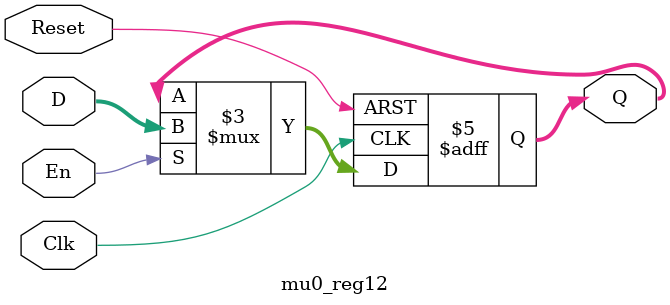
<source format=v>

`timescale 1ns/100ps

// for simulation purposes, do not delete
`default_nettype none

// module header

module mu0_reg12(input  wire        Clk,
	             input  wire        Reset,
			     input  wire        En,
			     input  wire [11:0] D,
			     output reg  [11:0] Q);

// behavioural code - clock driven

always @ (posedge Clk, posedge Reset) begin
	if (Reset) Q = 12'b00;
	else
		if (En)
			Q = D;
		else
			Q = Q;
end

endmodule

// for simulation purposes, do not delete
`default_nettype wire

</source>
